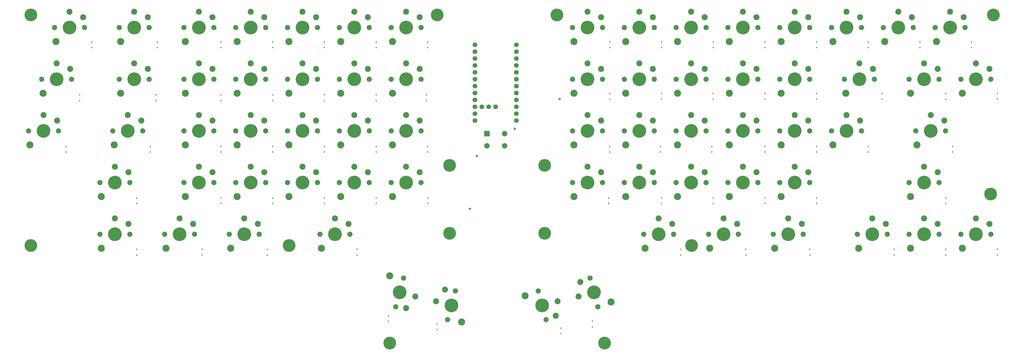
<source format=gbr>
%TF.GenerationSoftware,KiCad,Pcbnew,(6.0.10)*%
%TF.CreationDate,2023-07-04T22:41:52+12:00*%
%TF.ProjectId,orthoCode,6f727468-6f43-46f6-9465-2e6b69636164,rev?*%
%TF.SameCoordinates,Original*%
%TF.FileFunction,Soldermask,Bot*%
%TF.FilePolarity,Negative*%
%FSLAX46Y46*%
G04 Gerber Fmt 4.6, Leading zero omitted, Abs format (unit mm)*
G04 Created by KiCad (PCBNEW (6.0.10)) date 2023-07-04 22:41:52*
%MOMM*%
%LPD*%
G01*
G04 APERTURE LIST*
%ADD10C,1.900000*%
%ADD11C,5.050000*%
%ADD12C,2.600000*%
%ADD13C,2.200000*%
%ADD14C,4.700000*%
%ADD15R,2.000000X2.000000*%
%ADD16C,2.000000*%
%ADD17C,1.752600*%
%ADD18R,0.450000X0.600000*%
%ADD19C,0.800000*%
G04 APERTURE END LIST*
D10*
%TO.C,K1:8*%
X239548505Y-169618842D03*
X236701495Y-158993658D03*
D11*
X238125000Y-164306250D03*
D12*
X244393613Y-167802961D03*
D13*
X232426038Y-165833282D03*
X233160387Y-160460133D03*
%TD*%
D10*
%TO.C,K1:1*%
X67412500Y-142875000D03*
D11*
X61912500Y-142875000D03*
D10*
X56412500Y-142875000D03*
D12*
X56912500Y-148025000D03*
D13*
X61912500Y-136975000D03*
X66912500Y-139075000D03*
%TD*%
D10*
%TO.C,K1:2*%
X91225000Y-142875000D03*
D11*
X85725000Y-142875000D03*
D12*
X80725000Y-148025000D03*
D10*
X80225000Y-142875000D03*
D13*
X85725000Y-136975000D03*
X90725000Y-139075000D03*
%TD*%
D10*
%TO.C,K1:3*%
X104037500Y-142875000D03*
X115037500Y-142875000D03*
D12*
X104537500Y-148025000D03*
D11*
X109537500Y-142875000D03*
D13*
X109537500Y-136975000D03*
X114537500Y-139075000D03*
%TD*%
D10*
%TO.C,K1:4*%
X137375000Y-142875000D03*
D11*
X142875000Y-142875000D03*
D10*
X148375000Y-142875000D03*
D12*
X137875000Y-148025000D03*
D13*
X142875000Y-136975000D03*
X147875000Y-139075000D03*
%TD*%
D10*
%TO.C,K1:5*%
X168111005Y-158993658D03*
D11*
X166687500Y-164306250D03*
D10*
X165263995Y-169618842D03*
D12*
X163007077Y-158143703D03*
D13*
X172386462Y-165833282D03*
X169063923Y-170119392D03*
%TD*%
D10*
%TO.C,K1:6*%
X187161005Y-163756158D03*
D12*
X189417923Y-175231297D03*
D10*
X184313995Y-174381342D03*
D11*
X185737500Y-169068750D03*
D13*
X180038538Y-167541718D03*
X183361077Y-163255608D03*
%TD*%
D10*
%TO.C,K1:7*%
X217651495Y-163756158D03*
D12*
X212806387Y-165572039D03*
D10*
X220498505Y-174381342D03*
D11*
X219075000Y-169068750D03*
D13*
X224773962Y-167541718D03*
X224039613Y-172914867D03*
%TD*%
D10*
%TO.C,K1:9*%
X267437500Y-142875000D03*
X256437500Y-142875000D03*
D12*
X256937500Y-148025000D03*
D11*
X261937500Y-142875000D03*
D13*
X261937500Y-136975000D03*
X266937500Y-139075000D03*
%TD*%
D10*
%TO.C,K1:10*%
X280250000Y-142875000D03*
X291250000Y-142875000D03*
D12*
X280750000Y-148025000D03*
D11*
X285750000Y-142875000D03*
D13*
X285750000Y-136975000D03*
X290750000Y-139075000D03*
%TD*%
D12*
%TO.C,K1:11*%
X304562500Y-148025000D03*
D11*
X309562500Y-142875000D03*
D10*
X304062500Y-142875000D03*
X315062500Y-142875000D03*
D13*
X309562500Y-136975000D03*
X314562500Y-139075000D03*
%TD*%
D11*
%TO.C,K1:12*%
X340518750Y-142875000D03*
D10*
X335018750Y-142875000D03*
X346018750Y-142875000D03*
D12*
X335518750Y-148025000D03*
D13*
X340518750Y-136975000D03*
X345518750Y-139075000D03*
%TD*%
D10*
%TO.C,K1:13*%
X354068750Y-142875000D03*
X365068750Y-142875000D03*
D11*
X359568750Y-142875000D03*
D12*
X354568750Y-148025000D03*
D13*
X359568750Y-136975000D03*
X364568750Y-139075000D03*
%TD*%
D11*
%TO.C,K1:14*%
X378618750Y-142875000D03*
D10*
X384118750Y-142875000D03*
D12*
X373618750Y-148025000D03*
D10*
X373118750Y-142875000D03*
D13*
X378618750Y-136975000D03*
X383618750Y-139075000D03*
%TD*%
D10*
%TO.C,K2:2*%
X87368750Y-123825000D03*
D12*
X87868750Y-128975000D03*
D11*
X92868750Y-123825000D03*
D10*
X98368750Y-123825000D03*
D13*
X92868750Y-117925000D03*
X97868750Y-120025000D03*
%TD*%
D11*
%TO.C,K2:3*%
X111918750Y-123825000D03*
D10*
X106418750Y-123825000D03*
D12*
X106918750Y-128975000D03*
D10*
X117418750Y-123825000D03*
D13*
X111918750Y-117925000D03*
X116918750Y-120025000D03*
%TD*%
D10*
%TO.C,K2:4*%
X136468750Y-123825000D03*
X125468750Y-123825000D03*
D12*
X125968750Y-128975000D03*
D11*
X130968750Y-123825000D03*
D13*
X130968750Y-117925000D03*
X135968750Y-120025000D03*
%TD*%
D10*
%TO.C,K2:5*%
X144518750Y-123825000D03*
D11*
X150018750Y-123825000D03*
D12*
X145018750Y-128975000D03*
D10*
X155518750Y-123825000D03*
D13*
X150018750Y-117925000D03*
X155018750Y-120025000D03*
%TD*%
D12*
%TO.C,K2:6*%
X164068750Y-128975000D03*
D10*
X174568750Y-123825000D03*
X163568750Y-123825000D03*
D11*
X169068750Y-123825000D03*
D13*
X169068750Y-117925000D03*
X174068750Y-120025000D03*
%TD*%
D11*
%TO.C,K2:7*%
X235743750Y-123825000D03*
D12*
X230743750Y-128975000D03*
D10*
X241243750Y-123825000D03*
X230243750Y-123825000D03*
D13*
X235743750Y-117925000D03*
X240743750Y-120025000D03*
%TD*%
D10*
%TO.C,K2:8*%
X249293750Y-123825000D03*
D11*
X254793750Y-123825000D03*
D10*
X260293750Y-123825000D03*
D12*
X249793750Y-128975000D03*
D13*
X254793750Y-117925000D03*
X259793750Y-120025000D03*
%TD*%
D12*
%TO.C,K2:9*%
X268843750Y-128975000D03*
D10*
X279343750Y-123825000D03*
D11*
X273843750Y-123825000D03*
D10*
X268343750Y-123825000D03*
D13*
X273843750Y-117925000D03*
X278843750Y-120025000D03*
%TD*%
D11*
%TO.C,K2:10*%
X292893750Y-123825000D03*
D12*
X287893750Y-128975000D03*
D10*
X287393750Y-123825000D03*
X298393750Y-123825000D03*
D13*
X292893750Y-117925000D03*
X297893750Y-120025000D03*
%TD*%
D11*
%TO.C,K2:11*%
X311943750Y-123825000D03*
D12*
X306943750Y-128975000D03*
D10*
X317443750Y-123825000D03*
X306443750Y-123825000D03*
D13*
X311943750Y-117925000D03*
X316943750Y-120025000D03*
%TD*%
D10*
%TO.C,K2:13*%
X354068750Y-123825000D03*
X365068750Y-123825000D03*
D11*
X359568750Y-123825000D03*
D12*
X354568750Y-128975000D03*
D13*
X359568750Y-117925000D03*
X364568750Y-120025000D03*
%TD*%
D10*
%TO.C,K3:0*%
X41218750Y-104775000D03*
X30218750Y-104775000D03*
D11*
X35718750Y-104775000D03*
D12*
X30718750Y-109925000D03*
D13*
X35718750Y-98875000D03*
X40718750Y-100975000D03*
%TD*%
D12*
%TO.C,K3:1*%
X61675000Y-109925000D03*
D10*
X72175000Y-104775000D03*
X61175000Y-104775000D03*
D11*
X66675000Y-104775000D03*
D13*
X66675000Y-98875000D03*
X71675000Y-100975000D03*
%TD*%
D10*
%TO.C,K3:2*%
X87368750Y-104775000D03*
D12*
X87868750Y-109925000D03*
D11*
X92868750Y-104775000D03*
D10*
X98368750Y-104775000D03*
D13*
X92868750Y-98875000D03*
X97868750Y-100975000D03*
%TD*%
D12*
%TO.C,K3:3*%
X106918750Y-109925000D03*
D10*
X117418750Y-104775000D03*
D11*
X111918750Y-104775000D03*
D10*
X106418750Y-104775000D03*
D13*
X111918750Y-98875000D03*
X116918750Y-100975000D03*
%TD*%
D12*
%TO.C,K3:4*%
X125968750Y-109925000D03*
D10*
X125468750Y-104775000D03*
X136468750Y-104775000D03*
D11*
X130968750Y-104775000D03*
D13*
X130968750Y-98875000D03*
X135968750Y-100975000D03*
%TD*%
D10*
%TO.C,K3:5*%
X155518750Y-104775000D03*
D12*
X145018750Y-109925000D03*
D10*
X144518750Y-104775000D03*
D11*
X150018750Y-104775000D03*
D13*
X150018750Y-98875000D03*
X155018750Y-100975000D03*
%TD*%
D11*
%TO.C,K3:6*%
X169068750Y-104775000D03*
D10*
X163568750Y-104775000D03*
D12*
X164068750Y-109925000D03*
D10*
X174568750Y-104775000D03*
D13*
X169068750Y-98875000D03*
X174068750Y-100975000D03*
%TD*%
D10*
%TO.C,K3:7*%
X230243750Y-104775000D03*
X241243750Y-104775000D03*
D12*
X230743750Y-109925000D03*
D11*
X235743750Y-104775000D03*
D13*
X235743750Y-98875000D03*
X240743750Y-100975000D03*
%TD*%
D12*
%TO.C,K3:8*%
X249793750Y-109925000D03*
D10*
X249293750Y-104775000D03*
X260293750Y-104775000D03*
D11*
X254793750Y-104775000D03*
D13*
X254793750Y-98875000D03*
X259793750Y-100975000D03*
%TD*%
D11*
%TO.C,K3:9*%
X273843750Y-104775000D03*
D10*
X268343750Y-104775000D03*
D12*
X268843750Y-109925000D03*
D10*
X279343750Y-104775000D03*
D13*
X273843750Y-98875000D03*
X278843750Y-100975000D03*
%TD*%
D10*
%TO.C,K3:10*%
X298393750Y-104775000D03*
D11*
X292893750Y-104775000D03*
D12*
X287893750Y-109925000D03*
D10*
X287393750Y-104775000D03*
D13*
X292893750Y-98875000D03*
X297893750Y-100975000D03*
%TD*%
D12*
%TO.C,K3:11*%
X306943750Y-109925000D03*
D10*
X317443750Y-104775000D03*
X306443750Y-104775000D03*
D11*
X311943750Y-104775000D03*
D13*
X311943750Y-98875000D03*
X316943750Y-100975000D03*
%TD*%
D12*
%TO.C,K3:12*%
X325993750Y-109925000D03*
D10*
X325493750Y-104775000D03*
D11*
X330993750Y-104775000D03*
D10*
X336493750Y-104775000D03*
D13*
X330993750Y-98875000D03*
X335993750Y-100975000D03*
%TD*%
D10*
%TO.C,K3:13*%
X356450000Y-104775000D03*
D12*
X356950000Y-109925000D03*
D11*
X361950000Y-104775000D03*
D10*
X367450000Y-104775000D03*
D13*
X361950000Y-98875000D03*
X366950000Y-100975000D03*
%TD*%
D10*
%TO.C,K4:0*%
X34981250Y-85725000D03*
D12*
X35481250Y-90875000D03*
D11*
X40481250Y-85725000D03*
D10*
X45981250Y-85725000D03*
D13*
X40481250Y-79825000D03*
X45481250Y-81925000D03*
%TD*%
D10*
%TO.C,K4:1*%
X74556250Y-85725000D03*
D11*
X69056250Y-85725000D03*
D10*
X63556250Y-85725000D03*
D12*
X64056250Y-90875000D03*
D13*
X69056250Y-79825000D03*
X74056250Y-81925000D03*
%TD*%
D10*
%TO.C,K4:2*%
X98368750Y-85725000D03*
X87368750Y-85725000D03*
D12*
X87868750Y-90875000D03*
D11*
X92868750Y-85725000D03*
D13*
X92868750Y-79825000D03*
X97868750Y-81925000D03*
%TD*%
D10*
%TO.C,K4:3*%
X117418750Y-85725000D03*
D12*
X106918750Y-90875000D03*
D10*
X106418750Y-85725000D03*
D11*
X111918750Y-85725000D03*
D13*
X111918750Y-79825000D03*
X116918750Y-81925000D03*
%TD*%
D12*
%TO.C,K4:4*%
X125968750Y-90875000D03*
D10*
X136468750Y-85725000D03*
X125468750Y-85725000D03*
D11*
X130968750Y-85725000D03*
D13*
X130968750Y-79825000D03*
X135968750Y-81925000D03*
%TD*%
D10*
%TO.C,K4:5*%
X155518750Y-85725000D03*
D12*
X145018750Y-90875000D03*
D10*
X144518750Y-85725000D03*
D11*
X150018750Y-85725000D03*
D13*
X150018750Y-79825000D03*
X155018750Y-81925000D03*
%TD*%
D10*
%TO.C,K4:6*%
X163568750Y-85725000D03*
D12*
X164068750Y-90875000D03*
D11*
X169068750Y-85725000D03*
D10*
X174568750Y-85725000D03*
D13*
X169068750Y-79825000D03*
X174068750Y-81925000D03*
%TD*%
D12*
%TO.C,K4:7*%
X230743750Y-90875000D03*
D10*
X230243750Y-85725000D03*
X241243750Y-85725000D03*
D11*
X235743750Y-85725000D03*
D13*
X235743750Y-79825000D03*
X240743750Y-81925000D03*
%TD*%
D11*
%TO.C,K4:8*%
X254793750Y-85725000D03*
D10*
X260293750Y-85725000D03*
X249293750Y-85725000D03*
D12*
X249793750Y-90875000D03*
D13*
X254793750Y-79825000D03*
X259793750Y-81925000D03*
%TD*%
D10*
%TO.C,K4:9*%
X268343750Y-85725000D03*
X279343750Y-85725000D03*
D12*
X268843750Y-90875000D03*
D11*
X273843750Y-85725000D03*
D13*
X273843750Y-79825000D03*
X278843750Y-81925000D03*
%TD*%
D12*
%TO.C,K4:10*%
X287893750Y-90875000D03*
D11*
X292893750Y-85725000D03*
D10*
X287393750Y-85725000D03*
X298393750Y-85725000D03*
D13*
X292893750Y-79825000D03*
X297893750Y-81925000D03*
%TD*%
D11*
%TO.C,K4:11*%
X311943750Y-85725000D03*
D10*
X317443750Y-85725000D03*
X306443750Y-85725000D03*
D12*
X306943750Y-90875000D03*
D13*
X311943750Y-79825000D03*
X316943750Y-81925000D03*
%TD*%
D10*
%TO.C,K4:12*%
X341256250Y-85725000D03*
D11*
X335756250Y-85725000D03*
D12*
X330756250Y-90875000D03*
D10*
X330256250Y-85725000D03*
D13*
X335756250Y-79825000D03*
X340756250Y-81925000D03*
%TD*%
D10*
%TO.C,K4:13*%
X354068750Y-85725000D03*
X365068750Y-85725000D03*
D11*
X359568750Y-85725000D03*
D12*
X354568750Y-90875000D03*
D13*
X359568750Y-79825000D03*
X364568750Y-81925000D03*
%TD*%
D10*
%TO.C,K4:14*%
X373118750Y-85725000D03*
X384118750Y-85725000D03*
D12*
X373618750Y-90875000D03*
D11*
X378618750Y-85725000D03*
D13*
X378618750Y-79825000D03*
X383618750Y-81925000D03*
%TD*%
D10*
%TO.C,K5:0*%
X50743750Y-66675000D03*
X39743750Y-66675000D03*
D11*
X45243750Y-66675000D03*
D12*
X40243750Y-71825000D03*
D13*
X45243750Y-60775000D03*
X50243750Y-62875000D03*
%TD*%
D10*
%TO.C,K5:1*%
X74556250Y-66675000D03*
D11*
X69056250Y-66675000D03*
D10*
X63556250Y-66675000D03*
D12*
X64056250Y-71825000D03*
D13*
X69056250Y-60775000D03*
X74056250Y-62875000D03*
%TD*%
D11*
%TO.C,K5:2*%
X92868750Y-66675000D03*
D10*
X87368750Y-66675000D03*
X98368750Y-66675000D03*
D12*
X87868750Y-71825000D03*
D13*
X92868750Y-60775000D03*
X97868750Y-62875000D03*
%TD*%
D10*
%TO.C,K5:3*%
X117418750Y-66675000D03*
X106418750Y-66675000D03*
D11*
X111918750Y-66675000D03*
D12*
X106918750Y-71825000D03*
D13*
X111918750Y-60775000D03*
X116918750Y-62875000D03*
%TD*%
D10*
%TO.C,K5:4*%
X125468750Y-66675000D03*
D12*
X125968750Y-71825000D03*
D11*
X130968750Y-66675000D03*
D10*
X136468750Y-66675000D03*
D13*
X130968750Y-60775000D03*
X135968750Y-62875000D03*
%TD*%
D10*
%TO.C,K5:5*%
X155518750Y-66675000D03*
D11*
X150018750Y-66675000D03*
D10*
X144518750Y-66675000D03*
D12*
X145018750Y-71825000D03*
D13*
X150018750Y-60775000D03*
X155018750Y-62875000D03*
%TD*%
D12*
%TO.C,K5:6*%
X164068750Y-71825000D03*
D10*
X174568750Y-66675000D03*
D11*
X169068750Y-66675000D03*
D10*
X163568750Y-66675000D03*
D13*
X169068750Y-60775000D03*
X174068750Y-62875000D03*
%TD*%
D10*
%TO.C,K5:7*%
X230243750Y-66675000D03*
D12*
X230743750Y-71825000D03*
D11*
X235743750Y-66675000D03*
D10*
X241243750Y-66675000D03*
D13*
X235743750Y-60775000D03*
X240743750Y-62875000D03*
%TD*%
D10*
%TO.C,K5:8*%
X260293750Y-66675000D03*
X249293750Y-66675000D03*
D12*
X249793750Y-71825000D03*
D11*
X254793750Y-66675000D03*
D13*
X254793750Y-60775000D03*
X259793750Y-62875000D03*
%TD*%
D12*
%TO.C,K5:9*%
X268843750Y-71825000D03*
D11*
X273843750Y-66675000D03*
D10*
X279343750Y-66675000D03*
X268343750Y-66675000D03*
D13*
X273843750Y-60775000D03*
X278843750Y-62875000D03*
%TD*%
D10*
%TO.C,K5:10*%
X298393750Y-66675000D03*
X287393750Y-66675000D03*
D11*
X292893750Y-66675000D03*
D12*
X287893750Y-71825000D03*
D13*
X292893750Y-60775000D03*
X297893750Y-62875000D03*
%TD*%
D10*
%TO.C,K5:11*%
X317443750Y-66675000D03*
X306443750Y-66675000D03*
D12*
X306943750Y-71825000D03*
D11*
X311943750Y-66675000D03*
D13*
X311943750Y-60775000D03*
X316943750Y-62875000D03*
%TD*%
D10*
%TO.C,K5:12*%
X336493750Y-66675000D03*
X325493750Y-66675000D03*
D11*
X330993750Y-66675000D03*
D12*
X325993750Y-71825000D03*
D13*
X330993750Y-60775000D03*
X335993750Y-62875000D03*
%TD*%
D11*
%TO.C,K5:13*%
X350043750Y-66675000D03*
D10*
X344543750Y-66675000D03*
X355543750Y-66675000D03*
D12*
X345043750Y-71825000D03*
D13*
X350043750Y-60775000D03*
X355043750Y-62875000D03*
%TD*%
D11*
%TO.C,K5:14*%
X369093750Y-66675000D03*
D12*
X364093750Y-71825000D03*
D10*
X363593750Y-66675000D03*
X374593750Y-66675000D03*
D13*
X369093750Y-60775000D03*
X374093750Y-62875000D03*
%TD*%
D12*
%TO.C,K2:1*%
X56912500Y-128975000D03*
D11*
X61912500Y-123825000D03*
D10*
X67412500Y-123825000D03*
X56412500Y-123825000D03*
D13*
X61912500Y-117925000D03*
X66912500Y-120025000D03*
%TD*%
D14*
%TO.C,REF\u002A\u002A*%
X180500000Y-62000000D03*
%TD*%
D15*
%TO.C,SRST1*%
X198750000Y-105750000D03*
D16*
X205250000Y-105750000D03*
X198750000Y-110250000D03*
X205250000Y-110250000D03*
%TD*%
D14*
%TO.C,REF\u002A\u002A*%
X274000000Y-147000000D03*
%TD*%
%TO.C,REF\u002A\u002A*%
X185000000Y-142500000D03*
%TD*%
%TO.C,REF\u002A\u002A*%
X384000000Y-128000000D03*
%TD*%
%TO.C,REF\u002A\u002A*%
X385000000Y-62000000D03*
%TD*%
%TO.C,REF\u002A\u002A*%
X163000000Y-183000000D03*
%TD*%
%TO.C,REF\u002A\u002A*%
X185000000Y-117500000D03*
%TD*%
%TO.C,REF\u002A\u002A*%
X31000000Y-62000000D03*
%TD*%
%TO.C,REF\u002A\u002A*%
X220000000Y-117500000D03*
%TD*%
%TO.C,REF\u002A\u002A*%
X242000000Y-183000000D03*
%TD*%
D17*
%TO.C,U1*%
X194380000Y-73016750D03*
X194380000Y-75556750D03*
X194380000Y-78096750D03*
X194380000Y-80636750D03*
X194380000Y-83176750D03*
X194380000Y-85716750D03*
X194380000Y-88256750D03*
X194380000Y-90796750D03*
X194380000Y-93336750D03*
X194380000Y-95876750D03*
X194380000Y-98416750D03*
X194380000Y-100956750D03*
X209620000Y-100956750D03*
X209620000Y-98416750D03*
X209620000Y-95876750D03*
X209620000Y-93336750D03*
X209620000Y-90796750D03*
X209620000Y-88256750D03*
X209620000Y-85716750D03*
X209620000Y-83176750D03*
X209620000Y-80636750D03*
X209620000Y-78096750D03*
X209620000Y-75556750D03*
X209620000Y-73016750D03*
X196920000Y-95876750D03*
X199460000Y-95876750D03*
X202000000Y-95876750D03*
%TD*%
D14*
%TO.C,REF\u002A\u002A*%
X31000000Y-147000000D03*
%TD*%
%TO.C,REF\u002A\u002A*%
X220000000Y-142500000D03*
%TD*%
%TO.C,REF\u002A\u002A*%
X126000000Y-147000000D03*
%TD*%
%TO.C,REF\u002A\u002A*%
X224500000Y-62000000D03*
%TD*%
D18*
%TO.C,D1:8*%
X237500000Y-177050000D03*
X237500000Y-174950000D03*
%TD*%
%TO.C,D1:1*%
X70000000Y-150550000D03*
X70000000Y-148450000D03*
%TD*%
%TO.C,D1:2*%
X94000000Y-150550000D03*
X94000000Y-148450000D03*
%TD*%
%TO.C,D1:3*%
X118000000Y-150550000D03*
X118000000Y-148450000D03*
%TD*%
%TO.C,D1:4*%
X151000000Y-150550000D03*
X151000000Y-148450000D03*
%TD*%
%TO.C,D1:5*%
X162500000Y-175050000D03*
X162500000Y-172950000D03*
%TD*%
%TO.C,D1:6*%
X180500000Y-178050000D03*
X180500000Y-175950000D03*
%TD*%
%TO.C,D1:7*%
X226000000Y-179550000D03*
X226000000Y-177450000D03*
%TD*%
%TO.C,D1:9*%
X270000000Y-150550000D03*
X270000000Y-148450000D03*
%TD*%
%TO.C,D1:10*%
X294000000Y-150550000D03*
X294000000Y-148450000D03*
%TD*%
%TO.C,D1:11*%
X317500000Y-150550000D03*
X317500000Y-148450000D03*
%TD*%
%TO.C,D1:12*%
X348500000Y-150550000D03*
X348500000Y-148450000D03*
%TD*%
%TO.C,D1:13*%
X367500000Y-150550000D03*
X367500000Y-148450000D03*
%TD*%
%TO.C,D1:14*%
X386500000Y-150550000D03*
X386500000Y-148450000D03*
%TD*%
%TO.C,D2:1*%
X70000000Y-131550000D03*
X70000000Y-129450000D03*
%TD*%
%TO.C,D2:2*%
X101000000Y-131550000D03*
X101000000Y-129450000D03*
%TD*%
%TO.C,D2:3*%
X120000000Y-131550000D03*
X120000000Y-129450000D03*
%TD*%
%TO.C,D2:4*%
X139000000Y-131550000D03*
X139000000Y-129450000D03*
%TD*%
%TO.C,D2:5*%
X158000000Y-131550000D03*
X158000000Y-129450000D03*
%TD*%
%TO.C,D2:6*%
X177000000Y-131550000D03*
X177000000Y-129450000D03*
%TD*%
%TO.C,D2:7*%
X243500000Y-131550000D03*
X243500000Y-129450000D03*
%TD*%
%TO.C,D2:8*%
X263000000Y-131550000D03*
X263000000Y-129450000D03*
%TD*%
%TO.C,D2:9*%
X282000000Y-131550000D03*
X282000000Y-129450000D03*
%TD*%
%TO.C,D2:10*%
X301000000Y-131550000D03*
X301000000Y-129450000D03*
%TD*%
%TO.C,D2:11*%
X320000000Y-131550000D03*
X320000000Y-129450000D03*
%TD*%
%TO.C,D2:13*%
X367500000Y-131550000D03*
X367500000Y-129450000D03*
%TD*%
%TO.C,D3:0*%
X44000000Y-112550000D03*
X44000000Y-110450000D03*
%TD*%
%TO.C,D3:1*%
X75000000Y-112550000D03*
X75000000Y-110450000D03*
%TD*%
%TO.C,D3:2*%
X101000000Y-112550000D03*
X101000000Y-110450000D03*
%TD*%
%TO.C,D3:3*%
X120000000Y-112550000D03*
X120000000Y-110450000D03*
%TD*%
%TO.C,D3:4*%
X139000000Y-112550000D03*
X139000000Y-110450000D03*
%TD*%
%TO.C,D3:5*%
X158000000Y-112550000D03*
X158000000Y-110450000D03*
%TD*%
%TO.C,D3:6*%
X177000000Y-112550000D03*
X177000000Y-110450000D03*
%TD*%
%TO.C,D3:7*%
X244000000Y-112550000D03*
X244000000Y-110450000D03*
%TD*%
%TO.C,D3:8*%
X262500000Y-112550000D03*
X262500000Y-110450000D03*
%TD*%
%TO.C,D3:9*%
X281500000Y-112550000D03*
X281500000Y-110450000D03*
%TD*%
%TO.C,D3:10*%
X301000000Y-112550000D03*
X301000000Y-110450000D03*
%TD*%
%TO.C,D3:11*%
X320000000Y-112550000D03*
X320000000Y-110450000D03*
%TD*%
%TO.C,D3:12*%
X339000000Y-112550000D03*
X339000000Y-110450000D03*
%TD*%
%TO.C,D3:13*%
X370000000Y-112550000D03*
X370000000Y-110450000D03*
%TD*%
%TO.C,D4:0*%
X49000000Y-93550000D03*
X49000000Y-91450000D03*
%TD*%
%TO.C,D4:1*%
X77000000Y-93550000D03*
X77000000Y-91450000D03*
%TD*%
%TO.C,D4:2*%
X101000000Y-93550000D03*
X101000000Y-91450000D03*
%TD*%
%TO.C,D4:3*%
X120000000Y-93550000D03*
X120000000Y-91450000D03*
%TD*%
%TO.C,D4:4*%
X139000000Y-93550000D03*
X139000000Y-91450000D03*
%TD*%
%TO.C,D4:5*%
X158000000Y-93550000D03*
X158000000Y-91450000D03*
%TD*%
%TO.C,D4:6*%
X176500000Y-93550000D03*
X176500000Y-91450000D03*
%TD*%
%TO.C,D4:7*%
X244000000Y-93050000D03*
X244000000Y-90950000D03*
%TD*%
%TO.C,D4:8*%
X263000000Y-93050000D03*
X263000000Y-90950000D03*
%TD*%
%TO.C,D4:9*%
X282000000Y-93050000D03*
X282000000Y-90950000D03*
%TD*%
%TO.C,D4:10*%
X301000000Y-93050000D03*
X301000000Y-90950000D03*
%TD*%
%TO.C,D4:11*%
X320000000Y-93050000D03*
X320000000Y-90950000D03*
%TD*%
%TO.C,D4:12*%
X344000000Y-93050000D03*
X344000000Y-90950000D03*
%TD*%
%TO.C,D4:13*%
X367500000Y-93050000D03*
X367500000Y-90950000D03*
%TD*%
%TO.C,D4:14*%
X386500000Y-93050000D03*
X386500000Y-90950000D03*
%TD*%
%TO.C,D5:0*%
X53500000Y-74050000D03*
X53500000Y-71950000D03*
%TD*%
%TO.C,D5:1*%
X77500000Y-74050000D03*
X77500000Y-71950000D03*
%TD*%
%TO.C,D5:2*%
X101000000Y-74050000D03*
X101000000Y-71950000D03*
%TD*%
%TO.C,D5:3*%
X120000000Y-74050000D03*
X120000000Y-71950000D03*
%TD*%
%TO.C,D5:4*%
X139000000Y-74050000D03*
X139000000Y-71950000D03*
%TD*%
%TO.C,D5:5*%
X158000000Y-74050000D03*
X158000000Y-71950000D03*
%TD*%
%TO.C,D5:6*%
X177000000Y-74050000D03*
X177000000Y-71950000D03*
%TD*%
%TO.C,D5:7*%
X244000000Y-74050000D03*
X244000000Y-71950000D03*
%TD*%
%TO.C,D5:8*%
X263000000Y-74050000D03*
X263000000Y-71950000D03*
%TD*%
%TO.C,D5:9*%
X282000000Y-74050000D03*
X282000000Y-71950000D03*
%TD*%
%TO.C,D5:10*%
X301000000Y-74050000D03*
X301000000Y-71950000D03*
%TD*%
%TO.C,D5:11*%
X320000000Y-74050000D03*
X320000000Y-71950000D03*
%TD*%
%TO.C,D5:12*%
X339000000Y-74050000D03*
X339000000Y-71950000D03*
%TD*%
%TO.C,D5:13*%
X358000000Y-74050000D03*
X358000000Y-71950000D03*
%TD*%
%TO.C,D5:14*%
X377000000Y-74050000D03*
X377000000Y-71950000D03*
%TD*%
D19*
X192500000Y-133500000D03*
X195000000Y-114000000D03*
X209000000Y-104000000D03*
X225500000Y-93000000D03*
M02*

</source>
